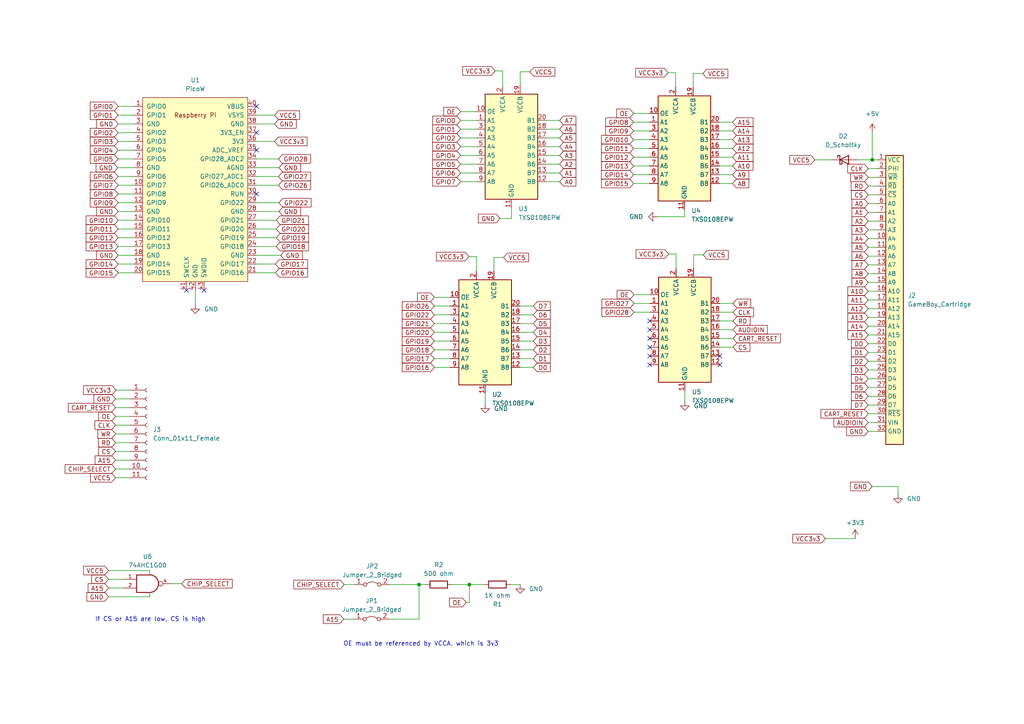
<source format=kicad_sch>
(kicad_sch (version 20211123) (generator eeschema)
  (paper "A4")
  (lib_symbols
    (symbol "74xGxx:74AHC1G00" (pin_names (offset 1.016))
      (property "Reference" "U" (at -2.54 3.81 0))
      (property "Value" "74AHC1G00" (at 0 -3.81 0))
      (symbol "74AHC1G00_0_1"
        (arc (start 0 -2.54) (mid 2.54 0) (end 0 2.54) (stroke (width 0.254)))
        (polyline (pts (xy 0 -2.54) (xy -3.81 -2.54) (xy -3.81 2.54) (xy 0 2.54)) (stroke (width 0.254)))
      )
      (symbol "74AHC1G00_1_1"
        (pin input line (at -7.62 1.27 0) (length 3.81) (name "~") (number "1"))
        (pin input line (at -7.62 -1.27 0) (length 3.81) (name "~") (number "2"))
        (pin power_in line (at 0 -2.54 270) (length 0) hide (name "GND") (number "3"))
        (pin output inverted (at 6.35 0 180) (length 3.81) (name "~") (number "4"))
        (pin power_in line (at 0 2.54 90) (length 0) hide (name "VCC") (number "5"))
      )
    )
    (symbol "Connector:Conn_01x11_Female" (pin_names (offset 1.016) hide)
      (property "Reference" "J" (at 0 15.24 0))
      (property "Value" "Conn_01x11_Female" (at 0 -15.24 0))
      (symbol "Conn_01x11_Female_1_1"
        (arc (start 0 -12.192) (mid -0.508 -12.7) (end 0 -13.208) (stroke (width 0.1524)))
        (arc (start 0 -9.652) (mid -0.508 -10.16) (end 0 -10.668) (stroke (width 0.1524)))
        (arc (start 0 -7.112) (mid -0.508 -7.62) (end 0 -8.128) (stroke (width 0.1524)))
        (arc (start 0 -4.572) (mid -0.508 -5.08) (end 0 -5.588) (stroke (width 0.1524)))
        (arc (start 0 -2.032) (mid -0.508 -2.54) (end 0 -3.048) (stroke (width 0.1524)))
        (polyline (pts (xy -1.27 -12.7) (xy -0.508 -12.7)) (stroke (width 0.1524)))
        (polyline (pts (xy -1.27 -10.16) (xy -0.508 -10.16)) (stroke (width 0.1524)))
        (polyline (pts (xy -1.27 -7.62) (xy -0.508 -7.62)) (stroke (width 0.1524)))
        (polyline (pts (xy -1.27 -5.08) (xy -0.508 -5.08)) (stroke (width 0.1524)))
        (polyline (pts (xy -1.27 -2.54) (xy -0.508 -2.54)) (stroke (width 0.1524)))
        (polyline (pts (xy -1.27 0) (xy -0.508 0)) (stroke (width 0.1524)))
        (polyline (pts (xy -1.27 2.54) (xy -0.508 2.54)) (stroke (width 0.1524)))
        (polyline (pts (xy -1.27 5.08) (xy -0.508 5.08)) (stroke (width 0.1524)))
        (polyline (pts (xy -1.27 7.62) (xy -0.508 7.62)) (stroke (width 0.1524)))
        (polyline (pts (xy -1.27 10.16) (xy -0.508 10.16)) (stroke (width 0.1524)))
        (polyline (pts (xy -1.27 12.7) (xy -0.508 12.7)) (stroke (width 0.1524)))
        (arc (start 0 0.508) (mid -0.508 0) (end 0 -0.508) (stroke (width 0.1524)))
        (arc (start 0 3.048) (mid -0.508 2.54) (end 0 2.032) (stroke (width 0.1524)))
        (arc (start 0 5.588) (mid -0.508 5.08) (end 0 4.572) (stroke (width 0.1524)))
        (arc (start 0 8.128) (mid -0.508 7.62) (end 0 7.112) (stroke (width 0.1524)))
        (arc (start 0 10.668) (mid -0.508 10.16) (end 0 9.652) (stroke (width 0.1524)))
        (arc (start 0 13.208) (mid -0.508 12.7) (end 0 12.192) (stroke (width 0.1524)))
        (pin passive line (at -5.08 12.7 0) (length 3.81) (name "Pin_1") (number "1"))
        (pin passive line (at -5.08 -10.16 0) (length 3.81) (name "Pin_10") (number "10"))
        (pin passive line (at -5.08 -12.7 0) (length 3.81) (name "Pin_11") (number "11"))
        (pin passive line (at -5.08 10.16 0) (length 3.81) (name "Pin_2") (number "2"))
        (pin passive line (at -5.08 7.62 0) (length 3.81) (name "Pin_3") (number "3"))
        (pin passive line (at -5.08 5.08 0) (length 3.81) (name "Pin_4") (number "4"))
        (pin passive line (at -5.08 2.54 0) (length 3.81) (name "Pin_5") (number "5"))
        (pin passive line (at -5.08 0 0) (length 3.81) (name "Pin_6") (number "6"))
        (pin passive line (at -5.08 -2.54 0) (length 3.81) (name "Pin_7") (number "7"))
        (pin passive line (at -5.08 -5.08 0) (length 3.81) (name "Pin_8") (number "8"))
        (pin passive line (at -5.08 -7.62 0) (length 3.81) (name "Pin_9") (number "9"))
      )
    )
    (symbol "Device:D_Schottky" (pin_numbers hide) (pin_names (offset 1.016) hide)
      (property "Reference" "D" (at 0 2.54 0))
      (property "Value" "D_Schottky" (at 0 -2.54 0))
      (symbol "D_Schottky_0_1"
        (polyline (pts (xy 1.27 0) (xy -1.27 0)))
        (polyline (pts (xy 1.27 1.27) (xy 1.27 -1.27) (xy -1.27 0) (xy 1.27 1.27)) (stroke (width 0.254)))
        (polyline (pts (xy -1.905 0.635) (xy -1.905 1.27) (xy -1.27 1.27) (xy -1.27 -1.27) (xy -0.635 -1.27) (xy -0.635 -0.635)) (stroke (width 0.254)))
      )
      (symbol "D_Schottky_1_1"
        (pin passive line (at -3.81 0 0) (length 2.54) (name "K") (number "1"))
        (pin passive line (at 3.81 0 180) (length 2.54) (name "A") (number "2"))
      )
    )
    (symbol "Device:R" (pin_numbers hide) (pin_names (offset 0))
      (property "Reference" "R" (at 2.032 0 90))
      (property "Value" "R" (at 0 0 90))
      (symbol "R_0_1"
        (rectangle (start -1.016 -2.54) (end 1.016 2.54) (stroke (width 0.254)))
      )
      (symbol "R_1_1"
        (pin passive line (at 0 3.81 270) (length 1.27) (name "~") (number "1"))
        (pin passive line (at 0 -3.81 90) (length 1.27) (name "~") (number "2"))
      )
    )
    (symbol "Jumper:Jumper_2_Bridged" (pin_names (offset 0) hide)
      (property "Reference" "JP" (at 0 1.905 0))
      (property "Value" "Jumper_2_Bridged" (at 0 -2.54 0))
      (symbol "Jumper_2_Bridged_0_0"
        (circle (center -2.032 0) (radius 0.508))
        (circle (center 2.032 0) (radius 0.508))
      )
      (symbol "Jumper_2_Bridged_0_1"
        (arc (start 1.524 0.254) (mid 0 0.762) (end -1.524 0.254))
      )
      (symbol "Jumper_2_Bridged_1_1"
        (pin passive line (at -5.08 0 0) (length 2.54) (name "A") (number "1"))
        (pin passive line (at 5.08 0 180) (length 2.54) (name "B") (number "2"))
      )
    )
    (symbol "Logic_LevelTranslator:TXS0108EPW"
      (property "Reference" "U" (at -6.35 16.51 0))
      (property "Value" "TXS0108EPW" (at 3.81 16.51 0))
      (symbol "TXS0108EPW_0_1"
        (rectangle (start -7.62 15.24) (end 7.62 -15.24) (stroke (width 0.254)) (fill (type background)))
      )
      (symbol "TXS0108EPW_1_1"
        (pin bidirectional line (at -10.16 7.62 0) (length 2.54) (name "A1") (number "1"))
        (pin input line (at -10.16 10.16 0) (length 2.54) (name "OE") (number "10"))
        (pin power_in line (at 0 -17.78 90) (length 2.54) (name "GND") (number "11"))
        (pin bidirectional line (at 10.16 -10.16 180) (length 2.54) (name "B8") (number "12"))
        (pin bidirectional line (at 10.16 -7.62 180) (length 2.54) (name "B7") (number "13"))
        (pin bidirectional line (at 10.16 -5.08 180) (length 2.54) (name "B6") (number "14"))
        (pin bidirectional line (at 10.16 -2.54 180) (length 2.54) (name "B5") (number "15"))
        (pin bidirectional line (at 10.16 0 180) (length 2.54) (name "B4") (number "16"))
        (pin bidirectional line (at 10.16 2.54 180) (length 2.54) (name "B3") (number "17"))
        (pin bidirectional line (at 10.16 5.08 180) (length 2.54) (name "B2") (number "18"))
        (pin power_in line (at 2.54 17.78 270) (length 2.54) (name "VCCB") (number "19"))
        (pin power_in line (at -2.54 17.78 270) (length 2.54) (name "VCCA") (number "2"))
        (pin bidirectional line (at 10.16 7.62 180) (length 2.54) (name "B1") (number "20"))
        (pin bidirectional line (at -10.16 5.08 0) (length 2.54) (name "A2") (number "3"))
        (pin bidirectional line (at -10.16 2.54 0) (length 2.54) (name "A3") (number "4"))
        (pin bidirectional line (at -10.16 0 0) (length 2.54) (name "A4") (number "5"))
        (pin bidirectional line (at -10.16 -2.54 0) (length 2.54) (name "A5") (number "6"))
        (pin bidirectional line (at -10.16 -5.08 0) (length 2.54) (name "A6") (number "7"))
        (pin bidirectional line (at -10.16 -7.62 0) (length 2.54) (name "A7") (number "8"))
        (pin bidirectional line (at -10.16 -10.16 0) (length 2.54) (name "A8") (number "9"))
      )
    )
    (symbol "gekkio:GameBoy_Cartridge"
      (property "Reference" "J" (at 0 43.18 0))
      (property "Value" "GameBoy_Cartridge" (at 0 -43.18 0))
      (symbol "GameBoy_Cartridge_0_1"
        (rectangle (start -2.54 41.91) (end 2.54 -41.91) (stroke (width 0.254)) (fill (type background)))
      )
      (symbol "GameBoy_Cartridge_1_1"
        (pin passive line (at -5.08 40.64 0) (length 2.54) (name "VCC") (number "1"))
        (pin passive line (at -5.08 17.78 0) (length 2.54) (name "A4") (number "10"))
        (pin passive line (at -5.08 15.24 0) (length 2.54) (name "A5") (number "11"))
        (pin passive line (at -5.08 12.7 0) (length 2.54) (name "A6") (number "12"))
        (pin passive line (at -5.08 10.16 0) (length 2.54) (name "A7") (number "13"))
        (pin passive line (at -5.08 7.62 0) (length 2.54) (name "A8") (number "14"))
        (pin passive line (at -5.08 5.08 0) (length 2.54) (name "A9") (number "15"))
        (pin passive line (at -5.08 2.54 0) (length 2.54) (name "A10") (number "16"))
        (pin passive line (at -5.08 0 0) (length 2.54) (name "A11") (number "17"))
        (pin passive line (at -5.08 -2.54 0) (length 2.54) (name "A12") (number "18"))
        (pin passive line (at -5.08 -5.08 0) (length 2.54) (name "A13") (number "19"))
        (pin passive line (at -5.08 38.1 0) (length 2.54) (name "PHI") (number "2"))
        (pin passive line (at -5.08 -7.62 0) (length 2.54) (name "A14") (number "20"))
        (pin passive line (at -5.08 -10.16 0) (length 2.54) (name "A15") (number "21"))
        (pin passive line (at -5.08 -12.7 0) (length 2.54) (name "D0") (number "22"))
        (pin passive line (at -5.08 -15.24 0) (length 2.54) (name "D1") (number "23"))
        (pin passive line (at -5.08 -17.78 0) (length 2.54) (name "D2") (number "24"))
        (pin passive line (at -5.08 -20.32 0) (length 2.54) (name "D3") (number "25"))
        (pin passive line (at -5.08 -22.86 0) (length 2.54) (name "D4") (number "26"))
        (pin passive line (at -5.08 -25.4 0) (length 2.54) (name "D5") (number "27"))
        (pin passive line (at -5.08 -27.94 0) (length 2.54) (name "D6") (number "28"))
        (pin passive line (at -5.08 -30.48 0) (length 2.54) (name "D7") (number "29"))
        (pin passive line (at -5.08 35.56 0) (length 2.54) (name "~{WR}") (number "3"))
        (pin passive line (at -5.08 -33.02 0) (length 2.54) (name "~{RES}") (number "30"))
        (pin passive line (at -5.08 -35.56 0) (length 2.54) (name "VIN") (number "31"))
        (pin passive line (at -5.08 -38.1 0) (length 2.54) (name "GND") (number "32"))
        (pin passive line (at -5.08 33.02 0) (length 2.54) (name "~{RD}") (number "4"))
        (pin passive line (at -5.08 30.48 0) (length 2.54) (name "~{CS}") (number "5"))
        (pin passive line (at -5.08 27.94 0) (length 2.54) (name "A0") (number "6"))
        (pin passive line (at -5.08 25.4 0) (length 2.54) (name "A1") (number "7"))
        (pin passive line (at -5.08 22.86 0) (length 2.54) (name "A2") (number "8"))
        (pin passive line (at -5.08 20.32 0) (length 2.54) (name "A3") (number "9"))
      )
    )
    (symbol "picow:PicoW" (pin_names (offset 1.016))
      (property "Reference" "U" (at -13.97 27.94 0))
      (property "Value" "PicoW" (at 0 19.05 0))
      (symbol "PicoW_0_0"
        (text "Raspberry Pi" (at 0 21.59 0) (effects (font (size 1.27 1.27))))
      )
      (symbol "PicoW_0_1"
        (rectangle (start -15.24 26.67) (end 15.24 -26.67) (fill (type background)))
      )
      (symbol "PicoW_1_1"
        (pin bidirectional line (at -17.78 24.13 0) (length 2.54) (name "GPIO0") (number "1"))
        (pin bidirectional line (at -17.78 1.27 0) (length 2.54) (name "GPIO7") (number "10"))
        (pin bidirectional line (at -17.78 -1.27 0) (length 2.54) (name "GPIO8") (number "11"))
        (pin bidirectional line (at -17.78 -3.81 0) (length 2.54) (name "GPIO9") (number "12"))
        (pin power_in line (at -17.78 -6.35 0) (length 2.54) (name "GND") (number "13"))
        (pin bidirectional line (at -17.78 -8.89 0) (length 2.54) (name "GPIO10") (number "14"))
        (pin bidirectional line (at -17.78 -11.43 0) (length 2.54) (name "GPIO11") (number "15"))
        (pin bidirectional line (at -17.78 -13.97 0) (length 2.54) (name "GPIO12") (number "16"))
        (pin bidirectional line (at -17.78 -16.51 0) (length 2.54) (name "GPIO13") (number "17"))
        (pin power_in line (at -17.78 -19.05 0) (length 2.54) (name "GND") (number "18"))
        (pin bidirectional line (at -17.78 -21.59 0) (length 2.54) (name "GPIO14") (number "19"))
        (pin bidirectional line (at -17.78 21.59 0) (length 2.54) (name "GPIO1") (number "2"))
        (pin bidirectional line (at -17.78 -24.13 0) (length 2.54) (name "GPIO15") (number "20"))
        (pin bidirectional line (at 17.78 -24.13 180) (length 2.54) (name "GPIO16") (number "21"))
        (pin bidirectional line (at 17.78 -21.59 180) (length 2.54) (name "GPIO17") (number "22"))
        (pin power_in line (at 17.78 -19.05 180) (length 2.54) (name "GND") (number "23"))
        (pin bidirectional line (at 17.78 -16.51 180) (length 2.54) (name "GPIO18") (number "24"))
        (pin bidirectional line (at 17.78 -13.97 180) (length 2.54) (name "GPIO19") (number "25"))
        (pin bidirectional line (at 17.78 -11.43 180) (length 2.54) (name "GPIO20") (number "26"))
        (pin bidirectional line (at 17.78 -8.89 180) (length 2.54) (name "GPIO21") (number "27"))
        (pin power_in line (at 17.78 -6.35 180) (length 2.54) (name "GND") (number "28"))
        (pin bidirectional line (at 17.78 -3.81 180) (length 2.54) (name "GPIO22") (number "29"))
        (pin power_in line (at -17.78 19.05 0) (length 2.54) (name "GND") (number "3"))
        (pin input line (at 17.78 -1.27 180) (length 2.54) (name "RUN") (number "30"))
        (pin bidirectional line (at 17.78 1.27 180) (length 2.54) (name "GPIO26_ADC0") (number "31"))
        (pin bidirectional line (at 17.78 3.81 180) (length 2.54) (name "GPIO27_ADC1") (number "32"))
        (pin power_in line (at 17.78 6.35 180) (length 2.54) (name "AGND") (number "33"))
        (pin bidirectional line (at 17.78 8.89 180) (length 2.54) (name "GPIO28_ADC2") (number "34"))
        (pin unspecified line (at 17.78 11.43 180) (length 2.54) (name "ADC_VREF") (number "35"))
        (pin unspecified line (at 17.78 13.97 180) (length 2.54) (name "3V3") (number "36"))
        (pin input line (at 17.78 16.51 180) (length 2.54) (name "3V3_EN") (number "37"))
        (pin bidirectional line (at 17.78 19.05 180) (length 2.54) (name "GND") (number "38"))
        (pin unspecified line (at 17.78 21.59 180) (length 2.54) (name "VSYS") (number "39"))
        (pin bidirectional line (at -17.78 16.51 0) (length 2.54) (name "GPIO2") (number "4"))
        (pin unspecified line (at 17.78 24.13 180) (length 2.54) (name "VBUS") (number "40"))
        (pin input line (at -2.54 -29.21 90) (length 2.54) (name "SWCLK") (number "41"))
        (pin power_in line (at 0 -29.21 90) (length 2.54) (name "GND") (number "42"))
        (pin bidirectional line (at 2.54 -29.21 90) (length 2.54) (name "SWDIO") (number "43"))
        (pin bidirectional line (at -17.78 13.97 0) (length 2.54) (name "GPIO3") (number "5"))
        (pin bidirectional line (at -17.78 11.43 0) (length 2.54) (name "GPIO4") (number "6"))
        (pin bidirectional line (at -17.78 8.89 0) (length 2.54) (name "GPIO5") (number "7"))
        (pin power_in line (at -17.78 6.35 0) (length 2.54) (name "GND") (number "8"))
        (pin bidirectional line (at -17.78 3.81 0) (length 2.54) (name "GPIO6") (number "9"))
      )
    )
    (symbol "power:+3V3" (power) (pin_names (offset 0))
      (property "Value" "+3V3" (at 0 3.556 0))
      (symbol "+3V3_0_1"
        (polyline (pts (xy -0.762 1.27) (xy 0 2.54)))
        (polyline (pts (xy 0 0) (xy 0 2.54)))
        (polyline (pts (xy 0 2.54) (xy 0.762 1.27)))
      )
      (symbol "+3V3_1_1"
        (pin power_in line (at 0 0 90) (length 0) hide (name "+3V3") (number "1"))
      )
    )
    (symbol "power:+5V" (power) (pin_names (offset 0))
      (property "Value" "+5V" (at 0 3.556 0))
      (symbol "+5V_0_1"
        (polyline (pts (xy -0.762 1.27) (xy 0 2.54)))
        (polyline (pts (xy 0 0) (xy 0 2.54)))
        (polyline (pts (xy 0 2.54) (xy 0.762 1.27)))
      )
      (symbol "+5V_1_1"
        (pin power_in line (at 0 0 90) (length 0) hide (name "+5V") (number "1"))
      )
    )
    (symbol "power:GND" (power) (pin_names (offset 0))
      (property "Value" "GND" (at 0 -3.81 0))
      (symbol "GND_0_1"
        (polyline (pts (xy 0 0) (xy 0 -1.27) (xy 1.27 -1.27) (xy 0 -2.54) (xy -1.27 -1.27) (xy 0 -1.27)))
      )
      (symbol "GND_1_1"
        (pin power_in line (at 0 0 270) (length 0) hide (name "GND") (number "1"))
      )
    )
  )
  (junction (at 136.144 169.545))
  (junction (at 121.539 169.545))
  (junction (at 252.984 46.355))
  (no_connect (at 74.422 38.481))
  (no_connect (at 74.422 56.261))
  (no_connect (at 74.422 43.561))
  (no_connect (at 59.182 84.201))
  (no_connect (at 54.102 84.201))
  (no_connect (at 74.422 30.861))
  (no_connect (at 188.468 93.091))
  (no_connect (at 188.468 95.631))
  (no_connect (at 188.468 98.171))
  (no_connect (at 188.468 100.711))
  (no_connect (at 188.468 103.251))
  (no_connect (at 188.468 105.791))
  (no_connect (at 208.788 105.791))
  (no_connect (at 208.788 103.251))
  (wire (pts (xy 158.496 52.705) (xy 162.306 52.705)))
  (wire (pts (xy 143.256 74.676) (xy 146.05 74.676)))
  (wire (pts (xy 34.29 30.861) (xy 38.862 30.861)))
  (wire (pts (xy 136.144 169.545) (xy 140.462 169.545)))
  (wire (pts (xy 183.769 53.213) (xy 188.341 53.213)))
  (wire (pts (xy 34.29 41.021) (xy 38.862 41.021)))
  (wire (pts (xy 125.984 93.853) (xy 130.556 93.853)))
  (wire (pts (xy 201.041 21.336) (xy 203.835 21.336)))
  (wire (pts (xy 183.769 45.593) (xy 188.341 45.593)))
  (wire (pts (xy 208.788 95.631) (xy 212.598 95.631)))
  (wire (pts (xy 34.29 33.401) (xy 38.862 33.401)))
  (wire (pts (xy 208.661 50.673) (xy 212.471 50.673)))
  (wire (pts (xy 251.841 66.675) (xy 254.381 66.675)))
  (wire (pts (xy 33.528 123.317) (xy 37.592 123.317)))
  (wire (pts (xy 183.896 85.471) (xy 188.468 85.471)))
  (wire (pts (xy 201.168 77.851) (xy 201.168 73.914)))
  (wire (pts (xy 148.336 63.373) (xy 145.034 63.373)))
  (wire (pts (xy 133.604 50.165) (xy 138.176 50.165)))
  (wire (pts (xy 74.422 53.721) (xy 80.772 53.721)))
  (wire (pts (xy 251.841 99.695) (xy 254.381 99.695)))
  (wire (pts (xy 251.841 74.295) (xy 254.381 74.295)))
  (wire (pts (xy 74.422 74.041) (xy 81.407 74.041)))
  (wire (pts (xy 74.422 66.421) (xy 80.137 66.421)))
  (wire (pts (xy 34.29 74.041) (xy 38.862 74.041)))
  (wire (pts (xy 43.434 173.101) (xy 43.434 171.831)))
  (wire (pts (xy 208.661 35.433) (xy 212.471 35.433)))
  (wire (pts (xy 56.642 84.201) (xy 56.642 88.392)))
  (wire (pts (xy 251.841 48.895) (xy 254.381 48.895)))
  (wire (pts (xy 33.528 118.237) (xy 37.592 118.237)))
  (wire (pts (xy 251.841 64.135) (xy 254.381 64.135)))
  (wire (pts (xy 251.841 59.055) (xy 254.381 59.055)))
  (wire (pts (xy 148.336 60.325) (xy 148.336 63.373)))
  (wire (pts (xy 33.655 113.157) (xy 37.592 113.157)))
  (wire (pts (xy 33.528 120.777) (xy 37.592 120.777)))
  (wire (pts (xy 208.788 88.011) (xy 212.598 88.011)))
  (wire (pts (xy 31.496 165.481) (xy 43.434 165.481)))
  (wire (pts (xy 131.064 169.545) (xy 136.144 169.545)))
  (wire (pts (xy 43.434 165.481) (xy 43.434 166.751)))
  (wire (pts (xy 74.422 51.181) (xy 80.772 51.181)))
  (wire (pts (xy 49.784 169.291) (xy 52.705 169.291)))
  (wire (pts (xy 74.422 41.021) (xy 79.629 41.021)))
  (wire (pts (xy 201.041 25.273) (xy 201.041 21.336)))
  (wire (pts (xy 183.769 48.133) (xy 188.341 48.133)))
  (wire (pts (xy 193.802 21.082) (xy 195.961 21.082)))
  (wire (pts (xy 34.163 48.641) (xy 38.862 48.641)))
  (wire (pts (xy 251.841 122.555) (xy 254.381 122.555)))
  (wire (pts (xy 208.788 90.551) (xy 212.598 90.551)))
  (wire (pts (xy 34.29 58.801) (xy 38.862 58.801)))
  (wire (pts (xy 208.788 93.091) (xy 212.598 93.091)))
  (wire (pts (xy 208.661 43.053) (xy 212.471 43.053)))
  (wire (pts (xy 33.528 115.697) (xy 37.592 115.697)))
  (wire (pts (xy 251.841 92.075) (xy 254.381 92.075)))
  (wire (pts (xy 34.29 76.581) (xy 38.862 76.581)))
  (wire (pts (xy 150.876 20.828) (xy 153.67 20.828)))
  (wire (pts (xy 34.29 68.961) (xy 38.862 68.961)))
  (wire (pts (xy 125.984 98.933) (xy 130.556 98.933)))
  (wire (pts (xy 33.528 133.477) (xy 37.592 133.477)))
  (wire (pts (xy 158.496 40.005) (xy 162.306 40.005)))
  (wire (pts (xy 136.144 174.752) (xy 136.144 169.545)))
  (wire (pts (xy 143.637 20.574) (xy 145.796 20.574)))
  (wire (pts (xy 125.984 88.773) (xy 130.556 88.773)))
  (wire (pts (xy 34.29 53.721) (xy 38.862 53.721)))
  (wire (pts (xy 125.984 106.553) (xy 130.556 106.553)))
  (wire (pts (xy 74.422 61.341) (xy 80.899 61.341)))
  (wire (pts (xy 135.255 174.752) (xy 136.144 174.752)))
  (wire (pts (xy 133.604 37.465) (xy 138.176 37.465)))
  (wire (pts (xy 133.604 52.705) (xy 138.176 52.705)))
  (wire (pts (xy 252.984 141.097) (xy 260.477 141.097)))
  (wire (pts (xy 31.496 170.561) (xy 35.814 170.561)))
  (wire (pts (xy 33.528 136.017) (xy 37.592 136.017)))
  (wire (pts (xy 190.627 62.865) (xy 198.501 62.865)))
  (wire (pts (xy 34.29 56.261) (xy 38.862 56.261)))
  (wire (pts (xy 34.29 79.121) (xy 38.862 79.121)))
  (wire (pts (xy 251.841 81.915) (xy 254.381 81.915)))
  (wire (pts (xy 74.422 35.941) (xy 79.629 35.941)))
  (wire (pts (xy 183.896 88.011) (xy 188.468 88.011)))
  (wire (pts (xy 183.769 43.053) (xy 188.341 43.053)))
  (wire (pts (xy 183.769 35.433) (xy 188.341 35.433)))
  (wire (pts (xy 148.082 169.545) (xy 150.876 169.545)))
  (wire (pts (xy 239.395 156.21) (xy 248.031 156.21)))
  (wire (pts (xy 195.961 21.082) (xy 195.961 25.273)))
  (wire (pts (xy 33.528 128.397) (xy 37.592 128.397)))
  (wire (pts (xy 34.29 51.181) (xy 38.862 51.181)))
  (wire (pts (xy 251.841 56.515) (xy 254.381 56.515)))
  (wire (pts (xy 125.984 104.013) (xy 130.556 104.013)))
  (wire (pts (xy 113.03 169.545) (xy 121.539 169.545)))
  (wire (pts (xy 150.876 101.473) (xy 154.686 101.473)))
  (wire (pts (xy 251.841 109.855) (xy 254.381 109.855)))
  (wire (pts (xy 158.496 34.925) (xy 162.306 34.925)))
  (wire (pts (xy 252.984 46.355) (xy 254.381 46.355)))
  (wire (pts (xy 112.903 179.578) (xy 121.539 179.578)))
  (wire (pts (xy 208.788 98.171) (xy 212.598 98.171)))
  (wire (pts (xy 251.841 76.835) (xy 254.381 76.835)))
  (wire (pts (xy 74.422 68.961) (xy 80.137 68.961)))
  (wire (pts (xy 208.661 45.593) (xy 212.471 45.593)))
  (wire (pts (xy 34.29 46.101) (xy 38.862 46.101)))
  (wire (pts (xy 74.422 79.121) (xy 79.883 79.121)))
  (wire (pts (xy 34.29 71.501) (xy 38.862 71.501)))
  (wire (pts (xy 34.29 43.561) (xy 38.862 43.561)))
  (wire (pts (xy 251.841 107.315) (xy 254.381 107.315)))
  (wire (pts (xy 74.422 71.501) (xy 80.137 71.501)))
  (wire (pts (xy 150.876 104.013) (xy 154.686 104.013)))
  (wire (pts (xy 208.661 40.513) (xy 212.471 40.513)))
  (wire (pts (xy 251.841 53.975) (xy 254.381 53.975)))
  (wire (pts (xy 33.528 130.937) (xy 37.592 130.937)))
  (wire (pts (xy 133.604 42.545) (xy 138.176 42.545)))
  (wire (pts (xy 99.822 169.545) (xy 102.87 169.545)))
  (wire (pts (xy 193.929 73.66) (xy 196.088 73.66)))
  (wire (pts (xy 133.604 40.005) (xy 138.176 40.005)))
  (wire (pts (xy 150.876 106.553) (xy 154.686 106.553)))
  (wire (pts (xy 251.841 112.395) (xy 254.381 112.395)))
  (wire (pts (xy 150.876 98.933) (xy 154.686 98.933)))
  (wire (pts (xy 183.769 50.673) (xy 188.341 50.673)))
  (wire (pts (xy 145.796 20.574) (xy 145.796 24.765)))
  (wire (pts (xy 198.501 62.865) (xy 198.501 60.833)))
  (wire (pts (xy 208.661 53.213) (xy 212.471 53.213)))
  (wire (pts (xy 251.841 125.095) (xy 254.381 125.095)))
  (wire (pts (xy 74.422 48.641) (xy 80.899 48.641)))
  (wire (pts (xy 121.539 179.578) (xy 121.539 169.545)))
  (wire (pts (xy 198.628 113.411) (xy 198.628 116.459)))
  (wire (pts (xy 121.539 169.545) (xy 123.444 169.545)))
  (wire (pts (xy 74.422 58.801) (xy 80.899 58.801)))
  (wire (pts (xy 251.841 117.475) (xy 254.381 117.475)))
  (wire (pts (xy 31.496 168.021) (xy 35.814 168.021)))
  (wire (pts (xy 208.661 37.973) (xy 212.471 37.973)))
  (wire (pts (xy 251.841 114.935) (xy 254.381 114.935)))
  (wire (pts (xy 252.984 38.481) (xy 252.984 46.355)))
  (wire (pts (xy 251.841 102.235) (xy 254.381 102.235)))
  (wire (pts (xy 251.841 89.535) (xy 254.381 89.535)))
  (wire (pts (xy 158.496 50.165) (xy 162.306 50.165)))
  (wire (pts (xy 34.29 66.421) (xy 38.862 66.421)))
  (wire (pts (xy 158.496 47.625) (xy 162.306 47.625)))
  (wire (pts (xy 251.841 97.155) (xy 254.381 97.155)))
  (wire (pts (xy 34.29 35.941) (xy 38.862 35.941)))
  (wire (pts (xy 251.841 84.455) (xy 254.381 84.455)))
  (wire (pts (xy 150.876 88.773) (xy 154.686 88.773)))
  (wire (pts (xy 208.661 48.133) (xy 212.471 48.133)))
  (wire (pts (xy 133.604 45.085) (xy 138.176 45.085)))
  (wire (pts (xy 74.422 46.101) (xy 80.772 46.101)))
  (wire (pts (xy 150.876 91.313) (xy 154.686 91.313)))
  (wire (pts (xy 158.496 45.085) (xy 162.306 45.085)))
  (wire (pts (xy 34.29 38.481) (xy 38.862 38.481)))
  (wire (pts (xy 158.496 37.465) (xy 162.306 37.465)))
  (wire (pts (xy 236.347 46.355) (xy 241.046 46.355)))
  (wire (pts (xy 183.769 37.973) (xy 188.341 37.973)))
  (wire (pts (xy 260.477 141.097) (xy 260.477 143.383)))
  (wire (pts (xy 183.769 32.893) (xy 188.341 32.893)))
  (wire (pts (xy 196.088 73.66) (xy 196.088 77.851)))
  (wire (pts (xy 125.984 86.233) (xy 130.556 86.233)))
  (wire (pts (xy 248.666 46.355) (xy 252.984 46.355)))
  (wire (pts (xy 136.017 74.422) (xy 138.176 74.422)))
  (wire (pts (xy 34.29 63.881) (xy 38.862 63.881)))
  (wire (pts (xy 158.496 42.545) (xy 162.306 42.545)))
  (wire (pts (xy 143.256 78.613) (xy 143.256 74.676)))
  (wire (pts (xy 251.841 61.595) (xy 254.381 61.595)))
  (wire (pts (xy 133.604 34.925) (xy 138.176 34.925)))
  (wire (pts (xy 251.841 86.995) (xy 254.381 86.995)))
  (wire (pts (xy 133.604 47.625) (xy 138.176 47.625)))
  (wire (pts (xy 74.422 63.881) (xy 80.137 63.881)))
  (wire (pts (xy 251.841 104.775) (xy 254.381 104.775)))
  (wire (pts (xy 99.695 179.578) (xy 102.743 179.578)))
  (wire (pts (xy 251.841 71.755) (xy 254.381 71.755)))
  (wire (pts (xy 251.841 79.375) (xy 254.381 79.375)))
  (wire (pts (xy 150.876 93.853) (xy 154.686 93.853)))
  (wire (pts (xy 183.896 90.551) (xy 188.468 90.551)))
  (wire (pts (xy 251.841 94.615) (xy 254.381 94.615)))
  (wire (pts (xy 125.984 101.473) (xy 130.556 101.473)))
  (wire (pts (xy 150.876 24.765) (xy 150.876 20.828)))
  (wire (pts (xy 183.769 40.513) (xy 188.341 40.513)))
  (wire (pts (xy 251.841 69.215) (xy 254.381 69.215)))
  (wire (pts (xy 140.716 114.173) (xy 140.716 117.221)))
  (wire (pts (xy 251.841 51.435) (xy 254.381 51.435)))
  (wire (pts (xy 34.29 61.341) (xy 38.862 61.341)))
  (wire (pts (xy 74.422 76.581) (xy 79.883 76.581)))
  (wire (pts (xy 133.604 32.385) (xy 138.176 32.385)))
  (wire (pts (xy 31.496 173.101) (xy 43.434 173.101)))
  (wire (pts (xy 33.528 125.857) (xy 37.592 125.857)))
  (wire (pts (xy 150.876 96.393) (xy 154.686 96.393)))
  (wire (pts (xy 74.422 33.401) (xy 79.629 33.401)))
  (wire (pts (xy 33.528 138.557) (xy 37.592 138.557)))
  (wire (pts (xy 125.984 96.393) (xy 130.556 96.393)))
  (wire (pts (xy 125.984 91.313) (xy 130.556 91.313)))
  (wire (pts (xy 138.176 74.422) (xy 138.176 78.613)))
  (wire (pts (xy 208.788 100.711) (xy 212.598 100.711)))
  (wire (pts (xy 201.168 73.914) (xy 203.962 73.914)))
  (wire (pts (xy 251.841 120.015) (xy 254.381 120.015)))
  (text "OE must be referenced by VCCA, which is 3v3\n" (at 99.568 187.579 0) (effects (font (size 1.27 1.27)) (justify left bottom)))
  (text "If CS or A15 are low, CS is high" (at 27.559 180.467 0) (effects (font (size 1.27 1.27)) (justify left bottom)))
  (global_label "CHIP_SELECT" (shape input) (at 99.822 169.545 180) (property "Referencias entre hojas" "${INTERSHEET_REFS}" (effects hide)))
  (global_label "GPIO4" (shape input) (at 133.604 45.085 180) (property "Referencias entre hojas" "${INTERSHEET_REFS}" (effects hide)))
  (global_label "A15" (shape input) (at 99.695 179.578 180) (property "Referencias entre hojas" "${INTERSHEET_REFS}" (effects hide)))
  (global_label "D2" (shape input) (at 251.841 104.775 180) (property "Referencias entre hojas" "${INTERSHEET_REFS}" (effects hide)))
  (global_label "D2" (shape input) (at 154.686 101.473 0) (property "Referencias entre hojas" "${INTERSHEET_REFS}" (effects hide)))
  (global_label "GND" (shape input) (at 34.29 61.341 180) (property "Referencias entre hojas" "${INTERSHEET_REFS}" (effects hide)))
  (global_label "A8" (shape input) (at 212.471 53.213 0) (property "Referencias entre hojas" "${INTERSHEET_REFS}" (effects hide)))
  (global_label "D1" (shape input) (at 251.841 102.235 180) (property "Referencias entre hojas" "${INTERSHEET_REFS}" (effects hide)))
  (global_label "GPIO10" (shape input) (at 183.769 40.513 180) (property "Referencias entre hojas" "${INTERSHEET_REFS}" (effects hide)))
  (global_label "VCC5" (shape input) (at 236.347 46.355 180) (property "Referencias entre hojas" "${INTERSHEET_REFS}" (effects hide)))
  (global_label "A10" (shape input) (at 212.471 48.133 0) (property "Referencias entre hojas" "${INTERSHEET_REFS}" (effects hide)))
  (global_label "GPIO8" (shape input) (at 183.769 35.433 180) (property "Referencias entre hojas" "${INTERSHEET_REFS}" (effects hide)))
  (global_label "A6" (shape input) (at 162.306 37.465 0) (property "Referencias entre hojas" "${INTERSHEET_REFS}" (effects hide)))
  (global_label "GPIO8" (shape input) (at 34.29 56.261 180) (property "Referencias entre hojas" "${INTERSHEET_REFS}" (effects hide)))
  (global_label "GPIO2" (shape input) (at 34.29 38.481 180) (property "Referencias entre hojas" "${INTERSHEET_REFS}" (effects hide)))
  (global_label "VCC3v3" (shape input) (at 193.929 73.66 180) (property "Referencias entre hojas" "${INTERSHEET_REFS}" (effects hide)))
  (global_label "GPIO18" (shape input) (at 125.984 101.473 180) (property "Referencias entre hojas" "${INTERSHEET_REFS}" (effects hide)))
  (global_label "A9" (shape input) (at 212.471 50.673 0) (property "Referencias entre hojas" "${INTERSHEET_REFS}" (effects hide)))
  (global_label "VCC3v3" (shape input) (at 143.637 20.574 180) (property "Referencias entre hojas" "${INTERSHEET_REFS}" (effects hide)))
  (global_label "GND" (shape input) (at 80.899 48.641 0) (property "Referencias entre hojas" "${INTERSHEET_REFS}" (effects hide)))
  (global_label "A15" (shape input) (at 33.528 133.477 180) (property "Referencias entre hojas" "${INTERSHEET_REFS}" (effects hide)))
  (global_label "D0" (shape input) (at 154.686 106.553 0) (property "Referencias entre hojas" "${INTERSHEET_REFS}" (effects hide)))
  (global_label "D6" (shape input) (at 154.686 91.313 0) (property "Referencias entre hojas" "${INTERSHEET_REFS}" (effects hide)))
  (global_label "A4" (shape input) (at 251.841 69.215 180) (property "Referencias entre hojas" "${INTERSHEET_REFS}" (effects hide)))
  (global_label "A3" (shape input) (at 251.841 66.675 180) (property "Referencias entre hojas" "${INTERSHEET_REFS}" (effects hide)))
  (global_label "OE" (shape input) (at 133.604 32.385 180) (property "Referencias entre hojas" "${INTERSHEET_REFS}" (effects hide)))
  (global_label "GPIO27" (shape input) (at 80.772 51.181 0) (property "Referencias entre hojas" "${INTERSHEET_REFS}" (effects hide)))
  (global_label "GPIO20" (shape input) (at 80.137 66.421 0) (property "Referencias entre hojas" "${INTERSHEET_REFS}" (effects hide)))
  (global_label "CS" (shape input) (at 31.496 168.021 180) (property "Referencias entre hojas" "${INTERSHEET_REFS}" (effects hide)))
  (global_label "GPIO22" (shape input) (at 80.899 58.801 0) (property "Referencias entre hojas" "${INTERSHEET_REFS}" (effects hide)))
  (global_label "GPIO0" (shape input) (at 133.604 34.925 180) (property "Referencias entre hojas" "${INTERSHEET_REFS}" (effects hide)))
  (global_label "GPIO17" (shape input) (at 125.984 104.013 180) (property "Referencias entre hojas" "${INTERSHEET_REFS}" (effects hide)))
  (global_label "GPIO10" (shape input) (at 34.29 63.881 180) (property "Referencias entre hojas" "${INTERSHEET_REFS}" (effects hide)))
  (global_label "VCC5" (shape input) (at 203.835 21.336 0) (property "Referencias entre hojas" "${INTERSHEET_REFS}" (effects hide)))
  (global_label "GPIO12" (shape input) (at 183.769 45.593 180) (property "Referencias entre hojas" "${INTERSHEET_REFS}" (effects hide)))
  (global_label "GND" (shape input) (at 145.034 63.373 180) (property "Referencias entre hojas" "${INTERSHEET_REFS}" (effects hide)))
  (global_label "CHIP_SELECT" (shape input) (at 33.528 136.017 180) (property "Referencias entre hojas" "${INTERSHEET_REFS}" (effects hide)))
  (global_label "GPIO15" (shape input) (at 34.29 79.121 180) (property "Referencias entre hojas" "${INTERSHEET_REFS}" (effects hide)))
  (global_label "GPIO1" (shape input) (at 34.29 33.401 180) (property "Referencias entre hojas" "${INTERSHEET_REFS}" (effects hide)))
  (global_label "D5" (shape input) (at 154.686 93.853 0) (property "Referencias entre hojas" "${INTERSHEET_REFS}" (effects hide)))
  (global_label "D4" (shape input) (at 251.841 109.855 180) (property "Referencias entre hojas" "${INTERSHEET_REFS}" (effects hide)))
  (global_label "WR" (shape input) (at 33.528 125.857 180) (property "Referencias entre hojas" "${INTERSHEET_REFS}" (effects hide)))
  (global_label "CART_RESET" (shape input) (at 212.598 98.171 0) (property "Referencias entre hojas" "${INTERSHEET_REFS}" (effects hide)))
  (global_label "GND" (shape input) (at 31.496 173.101 180) (property "Referencias entre hojas" "${INTERSHEET_REFS}" (effects hide)))
  (global_label "GPIO13" (shape input) (at 183.769 48.133 180) (property "Referencias entre hojas" "${INTERSHEET_REFS}" (effects hide)))
  (global_label "GPIO14" (shape input) (at 34.29 76.581 180) (property "Referencias entre hojas" "${INTERSHEET_REFS}" (effects hide)))
  (global_label "CLK" (shape input) (at 251.841 48.895 180) (property "Referencias entre hojas" "${INTERSHEET_REFS}" (effects hide)))
  (global_label "AUDIOIN" (shape input) (at 212.598 95.631 0) (property "Referencias entre hojas" "${INTERSHEET_REFS}" (effects hide)))
  (global_label "A0" (shape input) (at 162.306 52.705 0) (property "Referencias entre hojas" "${INTERSHEET_REFS}" (effects hide)))
  (global_label "A11" (shape input) (at 251.841 86.995 180) (property "Referencias entre hojas" "${INTERSHEET_REFS}" (effects hide)))
  (global_label "WR" (shape input) (at 251.841 51.435 180) (property "Referencias entre hojas" "${INTERSHEET_REFS}" (effects hide)))
  (global_label "OE" (shape input) (at 33.528 120.777 180) (property "Referencias entre hojas" "${INTERSHEET_REFS}" (effects hide)))
  (global_label "VCC3v3" (shape input) (at 33.655 113.157 180) (property "Referencias entre hojas" "${INTERSHEET_REFS}" (effects hide)))
  (global_label "GPIO0" (shape input) (at 34.29 30.861 180) (property "Referencias entre hojas" "${INTERSHEET_REFS}" (effects hide)))
  (global_label "GPIO4" (shape input) (at 34.29 43.561 180) (property "Referencias entre hojas" "${INTERSHEET_REFS}" (effects hide)))
  (global_label "GPIO28" (shape input) (at 80.772 46.101 0) (property "Referencias entre hojas" "${INTERSHEET_REFS}" (effects hide)))
  (global_label "AUDIOIN" (shape input) (at 251.841 122.555 180) (property "Referencias entre hojas" "${INTERSHEET_REFS}" (effects hide)))
  (global_label "GPIO15" (shape input) (at 183.769 53.213 180) (property "Referencias entre hojas" "${INTERSHEET_REFS}" (effects hide)))
  (global_label "A1" (shape input) (at 162.306 50.165 0) (property "Referencias entre hojas" "${INTERSHEET_REFS}" (effects hide)))
  (global_label "A10" (shape input) (at 251.841 84.455 180) (property "Referencias entre hojas" "${INTERSHEET_REFS}" (effects hide)))
  (global_label "A5" (shape input) (at 162.306 40.005 0) (property "Referencias entre hojas" "${INTERSHEET_REFS}" (effects hide)))
  (global_label "GPIO22" (shape input) (at 125.984 91.313 180) (property "Referencias entre hojas" "${INTERSHEET_REFS}" (effects hide)))
  (global_label "A8" (shape input) (at 251.841 79.375 180) (property "Referencias entre hojas" "${INTERSHEET_REFS}" (effects hide)))
  (global_label "A7" (shape input) (at 251.841 76.835 180) (property "Referencias entre hojas" "${INTERSHEET_REFS}" (effects hide)))
  (global_label "GPIO26" (shape input) (at 125.984 88.773 180) (property "Referencias entre hojas" "${INTERSHEET_REFS}" (effects hide)))
  (global_label "D7" (shape input) (at 251.841 117.475 180) (property "Referencias entre hojas" "${INTERSHEET_REFS}" (effects hide)))
  (global_label "A11" (shape input) (at 212.471 45.593 0) (property "Referencias entre hojas" "${INTERSHEET_REFS}" (effects hide)))
  (global_label "VCC3v3" (shape input) (at 239.395 156.21 180) (property "Referencias entre hojas" "${INTERSHEET_REFS}" (effects hide)))
  (global_label "A3" (shape input) (at 162.306 45.085 0) (property "Referencias entre hojas" "${INTERSHEET_REFS}" (effects hide)))
  (global_label "VCC5" (shape input) (at 146.05 74.676 0) (property "Referencias entre hojas" "${INTERSHEET_REFS}" (effects hide)))
  (global_label "GPIO27" (shape input) (at 183.896 88.011 180) (property "Referencias entre hojas" "${INTERSHEET_REFS}" (effects hide)))
  (global_label "CHIP_SELECT" (shape input) (at 52.705 169.291 0) (property "Referencias entre hojas" "${INTERSHEET_REFS}" (effects hide)))
  (global_label "CS" (shape input) (at 251.841 56.515 180) (property "Referencias entre hojas" "${INTERSHEET_REFS}" (effects hide)))
  (global_label "GPIO18" (shape input) (at 80.137 71.501 0) (property "Referencias entre hojas" "${INTERSHEET_REFS}" (effects hide)))
  (global_label "A14" (shape input) (at 212.471 37.973 0) (property "Referencias entre hojas" "${INTERSHEET_REFS}" (effects hide)))
  (global_label "GND" (shape input) (at 80.899 61.341 0) (property "Referencias entre hojas" "${INTERSHEET_REFS}" (effects hide)))
  (global_label "GPIO6" (shape input) (at 133.604 50.165 180) (property "Referencias entre hojas" "${INTERSHEET_REFS}" (effects hide)))
  (global_label "GND" (shape input) (at 81.407 74.041 0) (property "Referencias entre hojas" "${INTERSHEET_REFS}" (effects hide)))
  (global_label "VCC5" (shape input) (at 33.528 138.557 180) (property "Referencias entre hojas" "${INTERSHEET_REFS}" (effects hide)))
  (global_label "OE" (shape input) (at 183.896 85.471 180) (property "Referencias entre hojas" "${INTERSHEET_REFS}" (effects hide)))
  (global_label "GPIO9" (shape input) (at 34.29 58.801 180) (property "Referencias entre hojas" "${INTERSHEET_REFS}" (effects hide)))
  (global_label "A2" (shape input) (at 162.306 47.625 0) (property "Referencias entre hojas" "${INTERSHEET_REFS}" (effects hide)))
  (global_label "GPIO3" (shape input) (at 34.29 41.021 180) (property "Referencias entre hojas" "${INTERSHEET_REFS}" (effects hide)))
  (global_label "VCC5" (shape input) (at 153.67 20.828 0) (property "Referencias entre hojas" "${INTERSHEET_REFS}" (effects hide)))
  (global_label "CART_RESET" (shape input) (at 251.841 120.015 180) (property "Referencias entre hojas" "${INTERSHEET_REFS}" (effects hide)))
  (global_label "VCC5" (shape input) (at 31.496 165.481 180) (property "Referencias entre hojas" "${INTERSHEET_REFS}" (effects hide)))
  (global_label "A5" (shape input) (at 251.841 71.755 180) (property "Referencias entre hojas" "${INTERSHEET_REFS}" (effects hide)))
  (global_label "A12" (shape input) (at 212.471 43.053 0) (property "Referencias entre hojas" "${INTERSHEET_REFS}" (effects hide)))
  (global_label "GPIO5" (shape input) (at 133.604 47.625 180) (property "Referencias entre hojas" "${INTERSHEET_REFS}" (effects hide)))
  (global_label "VCC3v3" (shape input) (at 79.629 41.021 0) (property "Referencias entre hojas" "${INTERSHEET_REFS}" (effects hide)))
  (global_label "VCC5" (shape input) (at 203.962 73.914 0) (property "Referencias entre hojas" "${INTERSHEET_REFS}" (effects hide)))
  (global_label "GPIO7" (shape input) (at 34.29 53.721 180) (property "Referencias entre hojas" "${INTERSHEET_REFS}" (effects hide)))
  (global_label "CLK" (shape input) (at 212.598 90.551 0) (property "Referencias entre hojas" "${INTERSHEET_REFS}" (effects hide)))
  (global_label "GPIO6" (shape input) (at 34.29 51.181 180) (property "Referencias entre hojas" "${INTERSHEET_REFS}" (effects hide)))
  (global_label "GPIO21" (shape input) (at 80.137 63.881 0) (property "Referencias entre hojas" "${INTERSHEET_REFS}" (effects hide)))
  (global_label "A14" (shape input) (at 251.841 94.615 180) (property "Referencias entre hojas" "${INTERSHEET_REFS}" (effects hide)))
  (global_label "D3" (shape input) (at 251.841 107.315 180) (property "Referencias entre hojas" "${INTERSHEET_REFS}" (effects hide)))
  (global_label "CS" (shape input) (at 33.528 130.937 180) (property "Referencias entre hojas" "${INTERSHEET_REFS}" (effects hide)))
  (global_label "GND" (shape input) (at 34.29 35.941 180) (property "Referencias entre hojas" "${INTERSHEET_REFS}" (effects hide)))
  (global_label "A13" (shape input) (at 251.841 92.075 180) (property "Referencias entre hojas" "${INTERSHEET_REFS}" (effects hide)))
  (global_label "GPIO16" (shape input) (at 79.883 79.121 0) (property "Referencias entre hojas" "${INTERSHEET_REFS}" (effects hide)))
  (global_label "GPIO13" (shape input) (at 34.29 71.501 180) (property "Referencias entre hojas" "${INTERSHEET_REFS}" (effects hide)))
  (global_label "A13" (shape input) (at 212.471 40.513 0) (property "Referencias entre hojas" "${INTERSHEET_REFS}" (effects hide)))
  (global_label "D3" (shape input) (at 154.686 98.933 0) (property "Referencias entre hojas" "${INTERSHEET_REFS}" (effects hide)))
  (global_label "OE" (shape input) (at 183.769 32.893 180) (property "Referencias entre hojas" "${INTERSHEET_REFS}" (effects hide)))
  (global_label "GPIO16" (shape input) (at 125.984 106.553 180) (property "Referencias entre hojas" "${INTERSHEET_REFS}" (effects hide)))
  (global_label "A12" (shape input) (at 251.841 89.535 180) (property "Referencias entre hojas" "${INTERSHEET_REFS}" (effects hide)))
  (global_label "GPIO20" (shape input) (at 125.984 96.393 180) (property "Referencias entre hojas" "${INTERSHEET_REFS}" (effects hide)))
  (global_label "GND" (shape input) (at 252.984 141.097 180) (property "Referencias entre hojas" "${INTERSHEET_REFS}" (effects hide)))
  (global_label "GPIO19" (shape input) (at 80.137 68.961 0) (property "Referencias entre hojas" "${INTERSHEET_REFS}" (effects hide)))
  (global_label "D4" (shape input) (at 154.686 96.393 0) (property "Referencias entre hojas" "${INTERSHEET_REFS}" (effects hide)))
  (global_label "A7" (shape input) (at 162.306 34.925 0) (property "Referencias entre hojas" "${INTERSHEET_REFS}" (effects hide)))
  (global_label "RD" (shape input) (at 33.528 128.397 180) (property "Referencias entre hojas" "${INTERSHEET_REFS}" (effects hide)))
  (global_label "GPIO26" (shape input) (at 80.772 53.721 0) (property "Referencias entre hojas" "${INTERSHEET_REFS}" (effects hide)))
  (global_label "A0" (shape input) (at 251.841 59.055 180) (property "Referencias entre hojas" "${INTERSHEET_REFS}" (effects hide)))
  (global_label "A15" (shape input) (at 212.471 35.433 0) (property "Referencias entre hojas" "${INTERSHEET_REFS}" (effects hide)))
  (global_label "A1" (shape input) (at 251.841 61.595 180) (property "Referencias entre hojas" "${INTERSHEET_REFS}" (effects hide)))
  (global_label "VCC5" (shape input) (at 79.629 33.401 0) (property "Referencias entre hojas" "${INTERSHEET_REFS}" (effects hide)))
  (global_label "VCC3v3" (shape input) (at 136.017 74.422 180) (property "Referencias entre hojas" "${INTERSHEET_REFS}" (effects hide)))
  (global_label "RD" (shape input) (at 251.841 53.975 180) (property "Referencias entre hojas" "${INTERSHEET_REFS}" (effects hide)))
  (global_label "A6" (shape input) (at 251.841 74.295 180) (property "Referencias entre hojas" "${INTERSHEET_REFS}" (effects hide)))
  (global_label "OE" (shape input) (at 135.255 174.752 180) (property "Referencias entre hojas" "${INTERSHEET_REFS}" (effects hide)))
  (global_label "GND" (shape input) (at 79.629 35.941 0) (property "Referencias entre hojas" "${INTERSHEET_REFS}" (effects hide)))
  (global_label "GPIO14" (shape input) (at 183.769 50.673 180) (property "Referencias entre hojas" "${INTERSHEET_REFS}" (effects hide)))
  (global_label "GPIO17" (shape input) (at 79.883 76.581 0) (property "Referencias entre hojas" "${INTERSHEET_REFS}" (effects hide)))
  (global_label "GPIO12" (shape input) (at 34.29 68.961 180) (property "Referencias entre hojas" "${INTERSHEET_REFS}" (effects hide)))
  (global_label "A2" (shape input) (at 251.841 64.135 180) (property "Referencias entre hojas" "${INTERSHEET_REFS}" (effects hide)))
  (global_label "GND" (shape input) (at 34.163 48.641 180) (property "Referencias entre hojas" "${INTERSHEET_REFS}" (effects hide)))
  (global_label "D5" (shape input) (at 251.841 112.395 180) (property "Referencias entre hojas" "${INTERSHEET_REFS}" (effects hide)))
  (global_label "GPIO28" (shape input) (at 183.896 90.551 180) (property "Referencias entre hojas" "${INTERSHEET_REFS}" (effects hide)))
  (global_label "OE" (shape input) (at 125.984 86.233 180) (property "Referencias entre hojas" "${INTERSHEET_REFS}" (effects hide)))
  (global_label "RD" (shape input) (at 212.598 93.091 0) (property "Referencias entre hojas" "${INTERSHEET_REFS}" (effects hide)))
  (global_label "GPIO19" (shape input) (at 125.984 98.933 180) (property "Referencias entre hojas" "${INTERSHEET_REFS}" (effects hide)))
  (global_label "A9" (shape input) (at 251.841 81.915 180) (property "Referencias entre hojas" "${INTERSHEET_REFS}" (effects hide)))
  (global_label "GPIO11" (shape input) (at 183.769 43.053 180) (property "Referencias entre hojas" "${INTERSHEET_REFS}" (effects hide)))
  (global_label "GPIO7" (shape input) (at 133.604 52.705 180) (property "Referencias entre hojas" "${INTERSHEET_REFS}" (effects hide)))
  (global_label "GPIO2" (shape input) (at 133.604 40.005 180) (property "Referencias entre hojas" "${INTERSHEET_REFS}" (effects hide)))
  (global_label "GND" (shape input) (at 34.29 74.041 180) (property "Referencias entre hojas" "${INTERSHEET_REFS}" (effects hide)))
  (global_label "A15" (shape input) (at 31.496 170.561 180) (property "Referencias entre hojas" "${INTERSHEET_REFS}" (effects hide)))
  (global_label "GPIO11" (shape input) (at 34.29 66.421 180) (property "Referencias entre hojas" "${INTERSHEET_REFS}" (effects hide)))
  (global_label "D6" (shape input) (at 251.841 114.935 180) (property "Referencias entre hojas" "${INTERSHEET_REFS}" (effects hide)))
  (global_label "D0" (shape input) (at 251.841 99.695 180) (property "Referencias entre hojas" "${INTERSHEET_REFS}" (effects hide)))
  (global_label "GPIO5" (shape input) (at 34.29 46.101 180) (property "Referencias entre hojas" "${INTERSHEET_REFS}" (effects hide)))
  (global_label "CLK" (shape input) (at 33.528 123.317 180) (property "Referencias entre hojas" "${INTERSHEET_REFS}" (effects hide)))
  (global_label "GPIO3" (shape input) (at 133.604 42.545 180) (property "Referencias entre hojas" "${INTERSHEET_REFS}" (effects hide)))
  (global_label "GND" (shape input) (at 33.528 115.697 180) (property "Referencias entre hojas" "${INTERSHEET_REFS}" (effects hide)))
  (global_label "CART_RESET" (shape input) (at 33.528 118.237 180) (property "Referencias entre hojas" "${INTERSHEET_REFS}" (effects hide)))
  (global_label "D1" (shape input) (at 154.686 104.013 0) (property "Referencias entre hojas" "${INTERSHEET_REFS}" (effects hide)))
  (global_label "GPIO1" (shape input) (at 133.604 37.465 180) (property "Referencias entre hojas" "${INTERSHEET_REFS}" (effects hide)))
  (global_label "D7" (shape input) (at 154.686 88.773 0) (property "Referencias entre hojas" "${INTERSHEET_REFS}" (effects hide)))
  (global_label "A15" (shape input) (at 251.841 97.155 180) (property "Referencias entre hojas" "${INTERSHEET_REFS}" (effects hide)))
  (global_label "CS" (shape input) (at 212.598 100.711 0) (property "Referencias entre hojas" "${INTERSHEET_REFS}" (effects hide)))
  (global_label "WR" (shape input) (at 212.598 88.011 0) (property "Referencias entre hojas" "${INTERSHEET_REFS}" (effects hide)))
  (global_label "GND" (shape input) (at 251.841 125.095 180) (property "Referencias entre hojas" "${INTERSHEET_REFS}" (effects hide)))
  (global_label "GPIO21" (shape input) (at 125.984 93.853 180) (property "Referencias entre hojas" "${INTERSHEET_REFS}" (effects hide)))
  (global_label "A4" (shape input) (at 162.306 42.545 0) (property "Referencias entre hojas" "${INTERSHEET_REFS}" (effects hide)))
  (global_label "VCC3v3" (shape input) (at 193.802 21.082 180) (property "Referencias entre hojas" "${INTERSHEET_REFS}" (effects hide)))
  (global_label "GPIO9" (shape input) (at 183.769 37.973 180) (property "Referencias entre hojas" "${INTERSHEET_REFS}" (effects hide)))
  (symbol (lib_id "Logic_LevelTranslator:TXS0108EPW") (at 198.501 43.053 0) (unit 1)
    (property "Reference" "U4" (at 200.5204 61.087 0) (effects (justify left)))
    (property "Value" "TXS0108EPW" (at 200.5204 63.627 0) (effects (justify left)))
    (property "Footprint" "Package_SO:TSSOP-20_4.4x6.5mm_P0.65mm" (effects hide))
    (property "Datasheet" "www.ti.com/lit/ds/symlink/txs0108e.pdf" (effects hide))
    (property "LCSC" "C17206" (effects hide))
  )
  (symbol (lib_id "Logic_LevelTranslator:TXS0108EPW") (at 140.716 96.393 0) (unit 1)
    (property "Reference" "U2" (at 142.7354 114.427 0) (effects (justify left)))
    (property "Value" "TXS0108EPW" (at 142.7354 116.967 0) (effects (justify left)))
    (property "Footprint" "Package_SO:TSSOP-20_4.4x6.5mm_P0.65mm" (effects hide))
    (property "Datasheet" "www.ti.com/lit/ds/symlink/txs0108e.pdf" (effects hide))
    (property "LCSC" "C17206" (effects hide))
  )
  (symbol (lib_id "power:GND") (at 56.642 88.392 0) (unit 1)
    (property "Reference" "#PWR0104" (effects hide))
    (property "Value" "GND" (at 59.182 89.6619 0) (effects (justify left)))
  )
  (symbol (lib_id "Jumper:Jumper_2_Bridged") (at 107.823 179.578 0) (unit 1) (in_bom no)
    (property "Reference" "JP1" (at 107.823 174.244 0))
    (property "Value" "Jumper_2_Bridged" (at 107.823 176.784 0))
    (property "Footprint" "Jumper:SolderJumper-2_P1.3mm_Open_Pad1.0x1.5mm" (effects hide))
  )
  (symbol (lib_id "Logic_LevelTranslator:TXS0108EPW") (at 148.336 42.545 0) (unit 1)
    (property "Reference" "U3" (at 150.3554 60.579 0) (effects (justify left)))
    (property "Value" "TXS0108EPW" (at 150.3554 63.119 0) (effects (justify left)))
    (property "Footprint" "Package_SO:TSSOP-20_4.4x6.5mm_P0.65mm" (effects hide))
    (property "Datasheet" "www.ti.com/lit/ds/symlink/txs0108e.pdf" (effects hide))
    (property "LCSC" "C17206" (effects hide))
  )
  (symbol (lib_id "Device:D_Schottky") (at 244.856 46.355 0) (unit 1)
    (property "Reference" "D2" (at 244.5385 39.497 0))
    (property "Value" "D_Schottky" (at 244.5385 42.037 0))
    (property "Footprint" "Diode_SMD:D_SOD-123" (effects hide))
    (property "LCSC" "C8598" (effects hide))
  )
  (symbol (lib_id "power:GND") (at 190.627 62.865 270) (unit 1)
    (property "Reference" "#PWR0103" (effects hide))
    (property "Value" "GND" (at 186.563 62.8649 90) (effects (justify right)))
  )
  (symbol (lib_id "Jumper:Jumper_2_Bridged") (at 107.95 169.545 0) (unit 1) (in_bom no)
    (property "Reference" "JP2" (at 107.95 164.211 0))
    (property "Value" "Jumper_2_Bridged" (at 107.95 166.751 0))
    (property "Footprint" "Jumper:SolderJumper-2_P1.3mm_Open_Pad1.0x1.5mm" (effects hide))
  )
  (symbol (lib_id "power:+3V3") (at 248.031 156.21 0) (unit 1)
    (property "Reference" "#PWR03" (effects hide))
    (property "Value" "+3V3" (at 248.031 151.638 0))
  )
  (symbol (lib_id "power:GND") (at 198.628 116.459 0) (unit 1)
    (property "Reference" "#PWR0105" (effects hide))
    (property "Value" "GND" (at 201.168 117.7289 0) (effects (justify left)))
  )
  (symbol (lib_id "power:GND") (at 150.876 169.545 0) (unit 1)
    (property "Reference" "#PWR0101" (effects hide))
    (property "Value" "GND" (at 153.416 170.8149 0) (effects (justify left)))
  )
  (symbol (lib_id "Device:R") (at 144.272 169.545 270) (unit 1)
    (property "Reference" "R1" (at 144.272 175.26 90))
    (property "Value" "1K ohm" (at 144.272 172.72 90))
    (property "Footprint" "Resistor_SMD:R_0805_2012Metric" (effects hide))
    (property "LCSC" "C17513" (effects hide))
  )
  (symbol (lib_id "gekkio:GameBoy_Cartridge") (at 259.461 86.995 0) (unit 1) (in_bom no)
    (property "Reference" "J2" (at 263.271 85.7249 0) (effects (justify left)))
    (property "Value" "GameBoy_Cartridge" (at 263.271 88.2649 0) (effects (justify left)))
    (property "Footprint" "Gekkio_Connector_PCBEdge:GameBoy_Cartridge_1x32_P1.50mm_Edge" (effects hide))
  )
  (symbol (lib_id "power:+5V") (at 252.984 38.481 0) (unit 1)
    (property "Reference" "#PWR02" (effects hide))
    (property "Value" "+5V" (at 252.984 33.02 0))
  )
  (symbol (lib_id "power:GND") (at 260.477 143.383 0) (unit 1)
    (property "Reference" "#PWR01" (effects hide))
    (property "Value" "GND" (at 263.017 144.6529 0) (effects (justify left)))
  )
  (symbol (lib_id "74xGxx:74AHC1G00") (at 43.434 169.291 0) (unit 1)
    (property "Reference" "U6" (at 42.799 161.417 0))
    (property "Value" "74AHC1G00" (at 42.799 163.957 0))
    (property "Footprint" "Package_TO_SOT_SMD:SOT-23-5" (effects hide))
    (property "Datasheet" "http://www.ti.com/lit/sg/scyt129e/scyt129e.pdf" (effects hide))
    (property "LCSC" "C350556" (effects hide))
  )
  (symbol (lib_id "Device:R") (at 127.254 169.545 90) (unit 1)
    (property "Reference" "R2" (at 127.254 163.83 90))
    (property "Value" "500 ohm" (at 127.254 166.37 90))
    (property "Footprint" "Resistor_SMD:R_0805_2012Metric" (effects hide))
    (property "LCSC" "C17734" (effects hide))
  )
  (symbol (lib_id "Logic_LevelTranslator:TXS0108EPW") (at 198.628 95.631 0) (unit 1)
    (property "Reference" "U5" (at 200.6474 113.665 0) (effects (justify left)))
    (property "Value" "TXS0108EPW" (at 200.6474 116.205 0) (effects (justify left)))
    (property "Footprint" "Package_SO:TSSOP-20_4.4x6.5mm_P0.65mm" (effects hide))
    (property "Datasheet" "www.ti.com/lit/ds/symlink/txs0108e.pdf" (effects hide))
    (property "LCSC" "C17206" (effects hide))
  )
  (symbol (lib_id "Connector:Conn_01x11_Female") (at 42.672 125.857 0) (unit 1) (in_bom no)
    (property "Reference" "J3" (at 44.323 124.5869 0) (effects (justify left)))
    (property "Value" "Conn_01x11_Female" (at 44.323 127.1269 0) (effects (justify left)))
    (property "Footprint" "Connector_PinHeader_2.54mm:PinHeader_1x11_P2.54mm_Vertical" (effects hide))
  )
  (symbol (lib_id "power:GND") (at 140.716 117.221 0) (unit 1)
    (property "Reference" "#PWR0102" (effects hide))
    (property "Value" "GND" (at 143.256 118.4909 0) (effects (justify left)))
  )
  (symbol (lib_id "picow:PicoW") (at 56.642 54.991 0) (unit 1) (in_bom no)
    (property "Reference" "U1" (at 56.642 23.241 0))
    (property "Value" "PicoW" (at 56.642 25.781 0))
    (property "Footprint" "RPi_Pico:RPi_PicoW_SMD_TH" (effects hide))
  )
)
</source>
